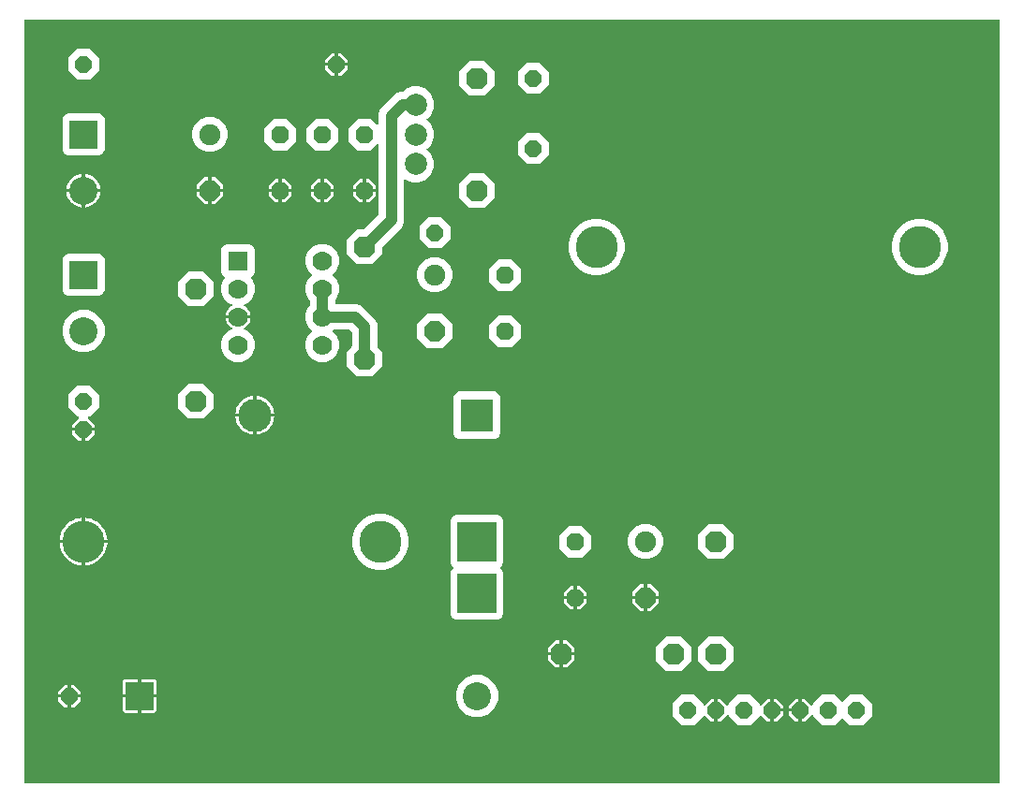
<source format=gbr>
G04 EAGLE Gerber RS-274X export*
G75*
%MOMM*%
%FSLAX34Y34*%
%LPD*%
%INBottom Copper*%
%IPPOS*%
%AMOC8*
5,1,8,0,0,1.08239X$1,22.5*%
G01*
%ADD10P,1.732040X8X292.500000*%
%ADD11C,1.905000*%
%ADD12P,2.061953X8X292.500000*%
%ADD13R,3.000000X3.000000*%
%ADD14C,3.000000*%
%ADD15R,2.540000X2.540000*%
%ADD16C,2.540000*%
%ADD17C,3.810000*%
%ADD18P,2.089446X8X112.500000*%
%ADD19P,2.089446X8X22.500000*%
%ADD20C,2.000000*%
%ADD21R,3.516000X3.516000*%
%ADD22P,1.649562X8X22.500000*%
%ADD23R,1.778000X1.778000*%
%ADD24C,1.778000*%
%ADD25C,1.016000*%
%ADD26C,0.756400*%

G36*
X890798Y10164D02*
X890798Y10164D01*
X890817Y10162D01*
X890919Y10184D01*
X891021Y10200D01*
X891038Y10210D01*
X891058Y10214D01*
X891147Y10267D01*
X891238Y10316D01*
X891252Y10330D01*
X891269Y10340D01*
X891336Y10419D01*
X891408Y10494D01*
X891416Y10512D01*
X891429Y10527D01*
X891468Y10623D01*
X891511Y10717D01*
X891513Y10737D01*
X891521Y10755D01*
X891539Y10922D01*
X891539Y700278D01*
X891536Y700298D01*
X891538Y700317D01*
X891516Y700419D01*
X891500Y700521D01*
X891490Y700538D01*
X891486Y700558D01*
X891433Y700647D01*
X891384Y700738D01*
X891370Y700752D01*
X891360Y700769D01*
X891281Y700836D01*
X891206Y700908D01*
X891188Y700916D01*
X891173Y700929D01*
X891077Y700968D01*
X890983Y701011D01*
X890963Y701013D01*
X890945Y701021D01*
X890778Y701039D01*
X10922Y701039D01*
X10902Y701036D01*
X10883Y701038D01*
X10781Y701016D01*
X10679Y701000D01*
X10662Y700990D01*
X10642Y700986D01*
X10553Y700933D01*
X10462Y700884D01*
X10448Y700870D01*
X10431Y700860D01*
X10364Y700781D01*
X10292Y700706D01*
X10284Y700688D01*
X10271Y700673D01*
X10232Y700577D01*
X10189Y700483D01*
X10187Y700463D01*
X10179Y700445D01*
X10161Y700278D01*
X10161Y10922D01*
X10164Y10902D01*
X10162Y10883D01*
X10184Y10781D01*
X10200Y10679D01*
X10210Y10662D01*
X10214Y10642D01*
X10267Y10553D01*
X10316Y10462D01*
X10330Y10448D01*
X10340Y10431D01*
X10419Y10364D01*
X10494Y10292D01*
X10512Y10284D01*
X10527Y10271D01*
X10623Y10232D01*
X10717Y10189D01*
X10737Y10187D01*
X10755Y10179D01*
X10922Y10161D01*
X890778Y10161D01*
X890798Y10164D01*
G37*
%LPC*%
G36*
X310871Y479297D02*
X310871Y479297D01*
X301497Y488671D01*
X301497Y501929D01*
X310871Y511303D01*
X317022Y511303D01*
X317112Y511317D01*
X317203Y511325D01*
X317233Y511337D01*
X317265Y511342D01*
X317345Y511385D01*
X317429Y511421D01*
X317461Y511447D01*
X317482Y511458D01*
X317504Y511481D01*
X317560Y511526D01*
X329976Y523942D01*
X330029Y524016D01*
X330089Y524085D01*
X330101Y524115D01*
X330120Y524142D01*
X330147Y524228D01*
X330181Y524313D01*
X330185Y524354D01*
X330192Y524377D01*
X330191Y524409D01*
X330199Y524480D01*
X330199Y587465D01*
X330188Y587536D01*
X330186Y587608D01*
X330168Y587656D01*
X330160Y587708D01*
X330126Y587771D01*
X330101Y587839D01*
X330069Y587879D01*
X330044Y587925D01*
X329992Y587975D01*
X329948Y588031D01*
X329904Y588059D01*
X329866Y588095D01*
X329801Y588125D01*
X329741Y588164D01*
X329690Y588176D01*
X329643Y588198D01*
X329572Y588206D01*
X329502Y588224D01*
X329450Y588220D01*
X329399Y588225D01*
X329328Y588210D01*
X329257Y588204D01*
X329209Y588184D01*
X329158Y588173D01*
X329097Y588136D01*
X329031Y588108D01*
X328975Y588063D01*
X328947Y588047D01*
X328932Y588029D01*
X328900Y588003D01*
X323445Y582548D01*
X311555Y582548D01*
X303148Y590955D01*
X303148Y602845D01*
X311555Y611252D01*
X323445Y611252D01*
X328900Y605797D01*
X328958Y605755D01*
X329010Y605705D01*
X329057Y605683D01*
X329099Y605653D01*
X329168Y605632D01*
X329233Y605602D01*
X329285Y605596D01*
X329335Y605581D01*
X329406Y605583D01*
X329477Y605575D01*
X329528Y605586D01*
X329580Y605587D01*
X329648Y605612D01*
X329718Y605627D01*
X329763Y605654D01*
X329811Y605672D01*
X329867Y605716D01*
X329929Y605753D01*
X329963Y605793D01*
X330003Y605825D01*
X330042Y605886D01*
X330089Y605940D01*
X330108Y605988D01*
X330136Y606032D01*
X330154Y606102D01*
X330181Y606168D01*
X330189Y606240D01*
X330197Y606271D01*
X330195Y606294D01*
X330199Y606335D01*
X330199Y615684D01*
X331940Y619885D01*
X345645Y633590D01*
X349846Y635331D01*
X351692Y635331D01*
X351782Y635345D01*
X351873Y635353D01*
X351903Y635365D01*
X351935Y635370D01*
X352015Y635413D01*
X352099Y635449D01*
X352132Y635475D01*
X352152Y635486D01*
X352174Y635509D01*
X352230Y635554D01*
X354438Y637761D01*
X360448Y640251D01*
X366952Y640251D01*
X372962Y637761D01*
X377561Y633162D01*
X380051Y627152D01*
X380051Y620648D01*
X377561Y614638D01*
X373862Y610938D01*
X373850Y610922D01*
X373835Y610910D01*
X373778Y610822D01*
X373718Y610739D01*
X373712Y610720D01*
X373702Y610703D01*
X373676Y610602D01*
X373646Y610503D01*
X373646Y610484D01*
X373641Y610464D01*
X373649Y610361D01*
X373652Y610258D01*
X373659Y610239D01*
X373661Y610219D01*
X373701Y610124D01*
X373737Y610027D01*
X373749Y610011D01*
X373757Y609993D01*
X373862Y609862D01*
X377561Y606162D01*
X380051Y600152D01*
X380051Y593648D01*
X377561Y587638D01*
X373862Y583938D01*
X373850Y583922D01*
X373835Y583910D01*
X373778Y583822D01*
X373718Y583739D01*
X373712Y583720D01*
X373702Y583703D01*
X373676Y583602D01*
X373646Y583503D01*
X373646Y583484D01*
X373641Y583464D01*
X373649Y583361D01*
X373652Y583258D01*
X373659Y583239D01*
X373661Y583219D01*
X373701Y583124D01*
X373737Y583027D01*
X373749Y583011D01*
X373757Y582993D01*
X373830Y582901D01*
X373836Y582891D01*
X373843Y582886D01*
X373862Y582862D01*
X377561Y579162D01*
X380051Y573152D01*
X380051Y566648D01*
X377561Y560638D01*
X372962Y556039D01*
X366952Y553549D01*
X360448Y553549D01*
X354438Y556039D01*
X354360Y556116D01*
X354302Y556158D01*
X354250Y556208D01*
X354203Y556229D01*
X354161Y556260D01*
X354092Y556281D01*
X354027Y556311D01*
X353975Y556317D01*
X353926Y556332D01*
X353854Y556330D01*
X353783Y556338D01*
X353732Y556327D01*
X353680Y556326D01*
X353612Y556301D01*
X353542Y556286D01*
X353497Y556259D01*
X353449Y556241D01*
X353393Y556197D01*
X353331Y556160D01*
X353297Y556120D01*
X353257Y556088D01*
X353218Y556027D01*
X353171Y555973D01*
X353152Y555925D01*
X353124Y555881D01*
X353106Y555811D01*
X353079Y555745D01*
X353071Y555674D01*
X353063Y555642D01*
X353065Y555619D01*
X353061Y555578D01*
X353061Y517156D01*
X351320Y512955D01*
X333726Y495360D01*
X333673Y495286D01*
X333613Y495217D01*
X333601Y495187D01*
X333582Y495160D01*
X333555Y495074D01*
X333521Y494989D01*
X333517Y494948D01*
X333510Y494925D01*
X333511Y494893D01*
X333503Y494822D01*
X333503Y488671D01*
X324129Y479297D01*
X310871Y479297D01*
G37*
%LPD*%
%LPC*%
G36*
X310871Y377697D02*
X310871Y377697D01*
X301497Y387071D01*
X301497Y400329D01*
X305846Y404678D01*
X305899Y404752D01*
X305959Y404821D01*
X305971Y404851D01*
X305990Y404877D01*
X306017Y404964D01*
X306051Y405049D01*
X306055Y405090D01*
X306062Y405112D01*
X306061Y405145D01*
X306069Y405216D01*
X306069Y417860D01*
X306055Y417950D01*
X306047Y418041D01*
X306035Y418071D01*
X306030Y418103D01*
X305987Y418183D01*
X305951Y418267D01*
X305925Y418299D01*
X305914Y418320D01*
X305891Y418342D01*
X305846Y418398D01*
X304098Y420146D01*
X304024Y420199D01*
X303955Y420259D01*
X303925Y420271D01*
X303898Y420290D01*
X303812Y420317D01*
X303727Y420351D01*
X303686Y420355D01*
X303663Y420362D01*
X303631Y420361D01*
X303560Y420369D01*
X289838Y420369D01*
X289748Y420355D01*
X289657Y420347D01*
X289627Y420335D01*
X289595Y420330D01*
X289515Y420287D01*
X289431Y420251D01*
X289399Y420225D01*
X289378Y420214D01*
X289356Y420191D01*
X289300Y420146D01*
X288792Y419638D01*
X288780Y419622D01*
X288765Y419610D01*
X288709Y419522D01*
X288648Y419439D01*
X288643Y419420D01*
X288632Y419403D01*
X288606Y419302D01*
X288576Y419203D01*
X288577Y419184D01*
X288572Y419164D01*
X288580Y419061D01*
X288582Y418958D01*
X288589Y418939D01*
X288591Y418919D01*
X288631Y418824D01*
X288667Y418727D01*
X288679Y418711D01*
X288687Y418693D01*
X288792Y418562D01*
X292320Y415033D01*
X294641Y409432D01*
X294641Y403368D01*
X292320Y397767D01*
X288033Y393480D01*
X282432Y391159D01*
X276368Y391159D01*
X270767Y393480D01*
X266480Y397767D01*
X264159Y403368D01*
X264159Y409432D01*
X266480Y415033D01*
X270008Y418562D01*
X270020Y418578D01*
X270035Y418590D01*
X270091Y418678D01*
X270152Y418761D01*
X270157Y418780D01*
X270168Y418797D01*
X270194Y418898D01*
X270224Y418997D01*
X270223Y419016D01*
X270228Y419036D01*
X270220Y419139D01*
X270218Y419242D01*
X270211Y419261D01*
X270209Y419281D01*
X270169Y419376D01*
X270133Y419473D01*
X270121Y419489D01*
X270113Y419507D01*
X270008Y419638D01*
X266480Y423167D01*
X264159Y428768D01*
X264159Y434832D01*
X266480Y440433D01*
X267746Y441700D01*
X267799Y441774D01*
X267859Y441843D01*
X267871Y441874D01*
X267890Y441900D01*
X267917Y441987D01*
X267951Y442072D01*
X267955Y442112D01*
X267962Y442135D01*
X267961Y442167D01*
X267969Y442238D01*
X267969Y446762D01*
X267955Y446852D01*
X267947Y446943D01*
X267935Y446973D01*
X267930Y447005D01*
X267887Y447085D01*
X267851Y447169D01*
X267825Y447201D01*
X267814Y447222D01*
X267791Y447244D01*
X267746Y447300D01*
X266480Y448567D01*
X264159Y454168D01*
X264159Y460232D01*
X266480Y465833D01*
X270008Y469362D01*
X270020Y469378D01*
X270035Y469390D01*
X270091Y469478D01*
X270152Y469561D01*
X270157Y469580D01*
X270168Y469597D01*
X270194Y469698D01*
X270224Y469797D01*
X270223Y469816D01*
X270228Y469836D01*
X270220Y469939D01*
X270218Y470042D01*
X270211Y470061D01*
X270209Y470081D01*
X270169Y470176D01*
X270133Y470273D01*
X270121Y470289D01*
X270113Y470307D01*
X270008Y470438D01*
X266480Y473967D01*
X264159Y479568D01*
X264159Y485632D01*
X266480Y491233D01*
X270767Y495520D01*
X276368Y497841D01*
X282432Y497841D01*
X288033Y495520D01*
X292320Y491233D01*
X294641Y485632D01*
X294641Y479568D01*
X292320Y473967D01*
X288792Y470438D01*
X288780Y470422D01*
X288765Y470410D01*
X288709Y470322D01*
X288648Y470239D01*
X288643Y470220D01*
X288632Y470203D01*
X288606Y470102D01*
X288576Y470003D01*
X288577Y469984D01*
X288572Y469964D01*
X288580Y469861D01*
X288582Y469758D01*
X288589Y469739D01*
X288591Y469719D01*
X288631Y469624D01*
X288667Y469527D01*
X288679Y469511D01*
X288687Y469493D01*
X288792Y469362D01*
X292320Y465833D01*
X294641Y460232D01*
X294641Y454168D01*
X292320Y448567D01*
X291054Y447300D01*
X291001Y447226D01*
X290941Y447157D01*
X290929Y447126D01*
X290910Y447100D01*
X290883Y447013D01*
X290849Y446928D01*
X290845Y446888D01*
X290838Y446865D01*
X290839Y446833D01*
X290831Y446762D01*
X290831Y443992D01*
X290834Y443972D01*
X290832Y443953D01*
X290854Y443851D01*
X290870Y443749D01*
X290880Y443732D01*
X290884Y443712D01*
X290937Y443623D01*
X290986Y443532D01*
X291000Y443518D01*
X291010Y443501D01*
X291089Y443434D01*
X291164Y443362D01*
X291182Y443354D01*
X291197Y443341D01*
X291293Y443302D01*
X291387Y443259D01*
X291407Y443257D01*
X291425Y443249D01*
X291592Y443231D01*
X310884Y443231D01*
X315085Y441490D01*
X323868Y432708D01*
X323868Y432707D01*
X327190Y429385D01*
X328931Y425184D01*
X328931Y405216D01*
X328945Y405126D01*
X328953Y405035D01*
X328965Y405005D01*
X328970Y404973D01*
X329013Y404892D01*
X329049Y404809D01*
X329075Y404776D01*
X329086Y404756D01*
X329109Y404734D01*
X329154Y404678D01*
X333503Y400329D01*
X333503Y387071D01*
X324129Y377697D01*
X310871Y377697D01*
G37*
%LPD*%
%LPC*%
G36*
X400257Y157669D02*
X400257Y157669D01*
X397923Y158636D01*
X396136Y160423D01*
X395169Y162757D01*
X395169Y200443D01*
X396136Y202777D01*
X397920Y204562D01*
X397932Y204578D01*
X397948Y204590D01*
X398004Y204678D01*
X398064Y204761D01*
X398070Y204780D01*
X398081Y204797D01*
X398106Y204898D01*
X398136Y204997D01*
X398136Y205016D01*
X398141Y205036D01*
X398133Y205139D01*
X398130Y205242D01*
X398123Y205261D01*
X398122Y205281D01*
X398081Y205376D01*
X398046Y205473D01*
X398033Y205489D01*
X398025Y205507D01*
X397920Y205638D01*
X396136Y207423D01*
X395169Y209757D01*
X395169Y247443D01*
X396136Y249777D01*
X397923Y251564D01*
X400257Y252531D01*
X437943Y252531D01*
X440277Y251564D01*
X442064Y249777D01*
X443031Y247443D01*
X443031Y209757D01*
X442064Y207423D01*
X440280Y205638D01*
X440268Y205622D01*
X440252Y205610D01*
X440196Y205522D01*
X440136Y205439D01*
X440130Y205420D01*
X440119Y205403D01*
X440094Y205302D01*
X440064Y205203D01*
X440064Y205184D01*
X440059Y205164D01*
X440067Y205061D01*
X440070Y204958D01*
X440077Y204939D01*
X440078Y204919D01*
X440119Y204824D01*
X440154Y204727D01*
X440167Y204711D01*
X440175Y204693D01*
X440280Y204562D01*
X442064Y202777D01*
X443031Y200443D01*
X443031Y162757D01*
X442064Y160423D01*
X440277Y158636D01*
X437943Y157669D01*
X400257Y157669D01*
G37*
%LPD*%
%LPC*%
G36*
X200168Y391159D02*
X200168Y391159D01*
X194567Y393480D01*
X190280Y397767D01*
X187959Y403368D01*
X187959Y409432D01*
X190280Y415033D01*
X194567Y419320D01*
X197425Y420504D01*
X197461Y420526D01*
X197500Y420540D01*
X197564Y420591D01*
X197634Y420634D01*
X197661Y420666D01*
X197694Y420692D01*
X197739Y420760D01*
X197791Y420823D01*
X197806Y420863D01*
X197829Y420898D01*
X197850Y420977D01*
X197879Y421053D01*
X197881Y421095D01*
X197891Y421136D01*
X197886Y421217D01*
X197889Y421299D01*
X197878Y421339D01*
X197875Y421381D01*
X197844Y421456D01*
X197821Y421535D01*
X197797Y421569D01*
X197781Y421608D01*
X197727Y421670D01*
X197681Y421737D01*
X197647Y421762D01*
X197619Y421794D01*
X197490Y421879D01*
X197483Y421884D01*
X197481Y421884D01*
X197479Y421886D01*
X197209Y422024D01*
X195753Y423081D01*
X194481Y424353D01*
X193424Y425809D01*
X192607Y427412D01*
X192051Y429123D01*
X191868Y430277D01*
X202438Y430277D01*
X202458Y430280D01*
X202477Y430278D01*
X202579Y430300D01*
X202681Y430317D01*
X202698Y430326D01*
X202718Y430330D01*
X202807Y430383D01*
X202898Y430432D01*
X202912Y430446D01*
X202929Y430456D01*
X202996Y430535D01*
X203067Y430610D01*
X203076Y430628D01*
X203089Y430643D01*
X203127Y430739D01*
X203171Y430833D01*
X203173Y430853D01*
X203181Y430871D01*
X203199Y431038D01*
X203199Y432562D01*
X203196Y432582D01*
X203198Y432601D01*
X203176Y432703D01*
X203159Y432805D01*
X203150Y432822D01*
X203146Y432842D01*
X203093Y432931D01*
X203044Y433022D01*
X203030Y433036D01*
X203020Y433053D01*
X202941Y433120D01*
X202866Y433191D01*
X202848Y433200D01*
X202833Y433213D01*
X202737Y433252D01*
X202643Y433295D01*
X202623Y433297D01*
X202605Y433305D01*
X202438Y433323D01*
X191868Y433323D01*
X192051Y434477D01*
X192607Y436188D01*
X193424Y437791D01*
X194481Y439247D01*
X195753Y440519D01*
X197209Y441576D01*
X197479Y441714D01*
X197513Y441739D01*
X197551Y441756D01*
X197612Y441811D01*
X197677Y441860D01*
X197701Y441894D01*
X197732Y441922D01*
X197772Y441994D01*
X197819Y442061D01*
X197831Y442101D01*
X197851Y442138D01*
X197866Y442218D01*
X197889Y442297D01*
X197887Y442339D01*
X197895Y442380D01*
X197883Y442461D01*
X197880Y442542D01*
X197865Y442582D01*
X197859Y442623D01*
X197822Y442696D01*
X197793Y442773D01*
X197767Y442805D01*
X197747Y442843D01*
X197689Y442900D01*
X197637Y442963D01*
X197602Y442985D01*
X197572Y443015D01*
X197436Y443090D01*
X197429Y443094D01*
X197427Y443094D01*
X197425Y443096D01*
X194567Y444280D01*
X190280Y448567D01*
X187959Y454168D01*
X187959Y460232D01*
X190280Y465833D01*
X191364Y466917D01*
X191390Y466954D01*
X191424Y466985D01*
X191462Y467054D01*
X191507Y467117D01*
X191521Y467161D01*
X191543Y467201D01*
X191557Y467278D01*
X191579Y467352D01*
X191578Y467398D01*
X191586Y467443D01*
X191575Y467520D01*
X191573Y467598D01*
X191557Y467641D01*
X191551Y467686D01*
X191515Y467756D01*
X191489Y467829D01*
X191460Y467865D01*
X191439Y467906D01*
X191384Y467960D01*
X191335Y468021D01*
X191296Y468046D01*
X191264Y468078D01*
X191144Y468144D01*
X191128Y468154D01*
X191123Y468155D01*
X191117Y468159D01*
X190713Y468326D01*
X188926Y470113D01*
X187959Y472447D01*
X187959Y492753D01*
X188926Y495087D01*
X190713Y496874D01*
X193047Y497841D01*
X213353Y497841D01*
X215687Y496874D01*
X217474Y495087D01*
X218441Y492753D01*
X218441Y472447D01*
X217474Y470113D01*
X215687Y468326D01*
X215283Y468159D01*
X215244Y468135D01*
X215201Y468119D01*
X215141Y468070D01*
X215074Y468029D01*
X215045Y467994D01*
X215009Y467965D01*
X214967Y467900D01*
X214918Y467840D01*
X214901Y467797D01*
X214876Y467758D01*
X214857Y467683D01*
X214829Y467610D01*
X214827Y467564D01*
X214816Y467520D01*
X214822Y467442D01*
X214819Y467364D01*
X214832Y467320D01*
X214835Y467274D01*
X214866Y467203D01*
X214887Y467128D01*
X214914Y467090D01*
X214932Y467048D01*
X215017Y466941D01*
X215028Y466926D01*
X215032Y466923D01*
X215036Y466917D01*
X216120Y465833D01*
X218441Y460232D01*
X218441Y454168D01*
X216120Y448567D01*
X211833Y444280D01*
X208975Y443096D01*
X208939Y443074D01*
X208900Y443060D01*
X208835Y443009D01*
X208766Y442966D01*
X208739Y442934D01*
X208706Y442908D01*
X208661Y442839D01*
X208609Y442777D01*
X208594Y442737D01*
X208571Y442702D01*
X208550Y442623D01*
X208521Y442547D01*
X208519Y442505D01*
X208509Y442464D01*
X208514Y442383D01*
X208511Y442301D01*
X208522Y442261D01*
X208525Y442219D01*
X208556Y442143D01*
X208579Y442065D01*
X208603Y442031D01*
X208619Y441992D01*
X208673Y441930D01*
X208719Y441863D01*
X208753Y441838D01*
X208781Y441806D01*
X208910Y441721D01*
X208917Y441716D01*
X208919Y441716D01*
X208921Y441714D01*
X209191Y441576D01*
X210647Y440519D01*
X211919Y439247D01*
X212976Y437791D01*
X213793Y436188D01*
X214349Y434477D01*
X214532Y433323D01*
X203962Y433323D01*
X203942Y433320D01*
X203923Y433322D01*
X203821Y433300D01*
X203719Y433283D01*
X203702Y433274D01*
X203682Y433270D01*
X203593Y433217D01*
X203502Y433168D01*
X203488Y433154D01*
X203471Y433144D01*
X203404Y433065D01*
X203333Y432990D01*
X203324Y432972D01*
X203311Y432957D01*
X203273Y432861D01*
X203229Y432767D01*
X203227Y432747D01*
X203219Y432729D01*
X203201Y432562D01*
X203201Y431038D01*
X203204Y431018D01*
X203202Y430999D01*
X203224Y430897D01*
X203241Y430795D01*
X203250Y430778D01*
X203254Y430758D01*
X203307Y430669D01*
X203356Y430578D01*
X203370Y430564D01*
X203380Y430547D01*
X203459Y430480D01*
X203534Y430409D01*
X203552Y430400D01*
X203567Y430387D01*
X203663Y430348D01*
X203757Y430305D01*
X203777Y430303D01*
X203795Y430295D01*
X203962Y430277D01*
X214532Y430277D01*
X214349Y429123D01*
X213793Y427412D01*
X212976Y425809D01*
X211919Y424353D01*
X210647Y423081D01*
X209191Y422024D01*
X208921Y421886D01*
X208887Y421861D01*
X208849Y421844D01*
X208789Y421789D01*
X208723Y421740D01*
X208698Y421706D01*
X208668Y421678D01*
X208628Y421606D01*
X208581Y421539D01*
X208569Y421499D01*
X208549Y421462D01*
X208534Y421382D01*
X208511Y421303D01*
X208513Y421261D01*
X208505Y421220D01*
X208517Y421139D01*
X208520Y421057D01*
X208535Y421018D01*
X208541Y420977D01*
X208578Y420904D01*
X208607Y420827D01*
X208633Y420795D01*
X208653Y420757D01*
X208711Y420700D01*
X208763Y420637D01*
X208798Y420615D01*
X208828Y420585D01*
X208964Y420511D01*
X208971Y420506D01*
X208973Y420506D01*
X208975Y420504D01*
X211833Y419320D01*
X216120Y415033D01*
X218441Y409432D01*
X218441Y403368D01*
X216120Y397767D01*
X211833Y393480D01*
X206232Y391159D01*
X200168Y391159D01*
G37*
%LPD*%
%LPC*%
G36*
X523706Y469899D02*
X523706Y469899D01*
X517246Y471630D01*
X511454Y474974D01*
X506724Y479704D01*
X503380Y485496D01*
X501649Y491956D01*
X501649Y498644D01*
X503380Y505104D01*
X506724Y510896D01*
X511454Y515626D01*
X517246Y518970D01*
X523706Y520701D01*
X530394Y520701D01*
X536854Y518970D01*
X542646Y515626D01*
X547376Y510896D01*
X550720Y505104D01*
X552451Y498644D01*
X552451Y491956D01*
X550720Y485496D01*
X547376Y479704D01*
X542646Y474974D01*
X536854Y471630D01*
X530394Y469899D01*
X523706Y469899D01*
G37*
%LPD*%
%LPC*%
G36*
X328380Y203199D02*
X328380Y203199D01*
X321920Y204930D01*
X316128Y208274D01*
X311398Y213004D01*
X308054Y218796D01*
X306323Y225256D01*
X306323Y231944D01*
X308054Y238404D01*
X311398Y244196D01*
X316128Y248926D01*
X321920Y252270D01*
X328380Y254001D01*
X335068Y254001D01*
X341528Y252270D01*
X347320Y248926D01*
X352050Y244196D01*
X355394Y238404D01*
X357125Y231944D01*
X357125Y225256D01*
X355394Y218796D01*
X352050Y213004D01*
X347320Y208274D01*
X341528Y204930D01*
X335068Y203199D01*
X328380Y203199D01*
G37*
%LPD*%
%LPC*%
G36*
X815806Y469899D02*
X815806Y469899D01*
X809346Y471630D01*
X803554Y474974D01*
X798824Y479704D01*
X795480Y485496D01*
X793749Y491956D01*
X793749Y498644D01*
X795480Y505104D01*
X798824Y510896D01*
X803554Y515626D01*
X809346Y518970D01*
X815806Y520701D01*
X822494Y520701D01*
X828954Y518970D01*
X834746Y515626D01*
X839476Y510896D01*
X842820Y505104D01*
X844551Y498644D01*
X844551Y491956D01*
X842820Y485496D01*
X839476Y479704D01*
X834746Y474974D01*
X828954Y471630D01*
X822494Y469899D01*
X815806Y469899D01*
G37*
%LPD*%
%LPC*%
G36*
X402837Y321549D02*
X402837Y321549D01*
X400503Y322516D01*
X398716Y324303D01*
X397749Y326637D01*
X397749Y359163D01*
X398716Y361497D01*
X400503Y363284D01*
X402837Y364251D01*
X435363Y364251D01*
X437697Y363284D01*
X439484Y361497D01*
X440451Y359163D01*
X440451Y326637D01*
X439484Y324303D01*
X437697Y322516D01*
X435363Y321549D01*
X402837Y321549D01*
G37*
%LPD*%
%LPC*%
G36*
X603813Y62229D02*
X603813Y62229D01*
X595629Y70413D01*
X595629Y81987D01*
X603813Y90171D01*
X615387Y90171D01*
X623571Y81987D01*
X623571Y80978D01*
X623582Y80907D01*
X623584Y80836D01*
X623602Y80787D01*
X623610Y80735D01*
X623644Y80672D01*
X623669Y80605D01*
X623701Y80564D01*
X623726Y80518D01*
X623778Y80468D01*
X623822Y80412D01*
X623866Y80384D01*
X623904Y80348D01*
X623969Y80318D01*
X624029Y80279D01*
X624080Y80267D01*
X624127Y80245D01*
X624198Y80237D01*
X624268Y80219D01*
X624320Y80223D01*
X624371Y80218D01*
X624442Y80233D01*
X624513Y80239D01*
X624561Y80259D01*
X624612Y80270D01*
X624673Y80307D01*
X624739Y80335D01*
X624795Y80380D01*
X624823Y80396D01*
X624838Y80414D01*
X624870Y80440D01*
X630791Y86361D01*
X633477Y86361D01*
X633477Y76962D01*
X633480Y76942D01*
X633478Y76923D01*
X633500Y76821D01*
X633517Y76719D01*
X633526Y76702D01*
X633530Y76682D01*
X633583Y76593D01*
X633632Y76502D01*
X633646Y76488D01*
X633656Y76471D01*
X633735Y76404D01*
X633810Y76333D01*
X633828Y76324D01*
X633843Y76311D01*
X633939Y76273D01*
X634033Y76229D01*
X634053Y76227D01*
X634071Y76219D01*
X634238Y76201D01*
X635762Y76201D01*
X635782Y76204D01*
X635801Y76202D01*
X635903Y76224D01*
X636005Y76241D01*
X636022Y76250D01*
X636042Y76254D01*
X636131Y76307D01*
X636222Y76356D01*
X636236Y76370D01*
X636253Y76380D01*
X636320Y76459D01*
X636391Y76534D01*
X636400Y76552D01*
X636413Y76567D01*
X636452Y76663D01*
X636495Y76757D01*
X636497Y76777D01*
X636505Y76795D01*
X636523Y76962D01*
X636523Y86361D01*
X639209Y86361D01*
X645130Y80440D01*
X645188Y80398D01*
X645240Y80348D01*
X645287Y80327D01*
X645329Y80296D01*
X645398Y80275D01*
X645463Y80245D01*
X645515Y80239D01*
X645565Y80224D01*
X645636Y80226D01*
X645707Y80218D01*
X645758Y80229D01*
X645810Y80230D01*
X645878Y80255D01*
X645948Y80270D01*
X645993Y80297D01*
X646041Y80315D01*
X646097Y80359D01*
X646159Y80396D01*
X646193Y80436D01*
X646233Y80468D01*
X646272Y80529D01*
X646319Y80583D01*
X646338Y80631D01*
X646366Y80675D01*
X646384Y80745D01*
X646411Y80811D01*
X646419Y80883D01*
X646427Y80914D01*
X646425Y80937D01*
X646429Y80978D01*
X646429Y81987D01*
X654613Y90171D01*
X666187Y90171D01*
X674371Y81987D01*
X674371Y80978D01*
X674382Y80907D01*
X674384Y80836D01*
X674402Y80787D01*
X674410Y80735D01*
X674444Y80672D01*
X674469Y80605D01*
X674501Y80564D01*
X674526Y80518D01*
X674578Y80468D01*
X674622Y80412D01*
X674666Y80384D01*
X674704Y80348D01*
X674769Y80318D01*
X674829Y80279D01*
X674880Y80267D01*
X674927Y80245D01*
X674998Y80237D01*
X675068Y80219D01*
X675120Y80223D01*
X675171Y80218D01*
X675242Y80233D01*
X675313Y80239D01*
X675361Y80259D01*
X675412Y80270D01*
X675473Y80307D01*
X675539Y80335D01*
X675595Y80380D01*
X675623Y80396D01*
X675638Y80414D01*
X675670Y80440D01*
X681591Y86361D01*
X684277Y86361D01*
X684277Y76962D01*
X684280Y76942D01*
X684278Y76923D01*
X684300Y76821D01*
X684317Y76719D01*
X684326Y76702D01*
X684330Y76682D01*
X684383Y76593D01*
X684432Y76502D01*
X684446Y76488D01*
X684456Y76471D01*
X684535Y76404D01*
X684610Y76333D01*
X684628Y76324D01*
X684643Y76311D01*
X684739Y76273D01*
X684833Y76229D01*
X684853Y76227D01*
X684871Y76219D01*
X685038Y76201D01*
X685801Y76201D01*
X685801Y76199D01*
X685038Y76199D01*
X685018Y76196D01*
X684999Y76198D01*
X684897Y76176D01*
X684795Y76159D01*
X684778Y76150D01*
X684758Y76146D01*
X684669Y76093D01*
X684578Y76044D01*
X684564Y76030D01*
X684547Y76020D01*
X684480Y75941D01*
X684409Y75866D01*
X684400Y75848D01*
X684387Y75833D01*
X684348Y75737D01*
X684305Y75643D01*
X684303Y75623D01*
X684295Y75605D01*
X684277Y75438D01*
X684277Y66039D01*
X681591Y66039D01*
X675670Y71960D01*
X675612Y72002D01*
X675560Y72052D01*
X675513Y72073D01*
X675471Y72104D01*
X675402Y72125D01*
X675337Y72155D01*
X675285Y72161D01*
X675235Y72176D01*
X675164Y72174D01*
X675093Y72182D01*
X675042Y72171D01*
X674990Y72170D01*
X674922Y72145D01*
X674852Y72130D01*
X674807Y72103D01*
X674759Y72085D01*
X674703Y72041D01*
X674641Y72004D01*
X674607Y71964D01*
X674567Y71932D01*
X674528Y71871D01*
X674481Y71817D01*
X674462Y71769D01*
X674434Y71725D01*
X674416Y71655D01*
X674389Y71589D01*
X674381Y71517D01*
X674373Y71486D01*
X674375Y71463D01*
X674371Y71422D01*
X674371Y70413D01*
X666187Y62229D01*
X654613Y62229D01*
X646429Y70413D01*
X646429Y71422D01*
X646418Y71493D01*
X646416Y71564D01*
X646398Y71613D01*
X646390Y71665D01*
X646356Y71728D01*
X646331Y71795D01*
X646299Y71836D01*
X646274Y71882D01*
X646222Y71932D01*
X646178Y71988D01*
X646134Y72016D01*
X646096Y72052D01*
X646031Y72082D01*
X645971Y72121D01*
X645920Y72133D01*
X645873Y72155D01*
X645802Y72163D01*
X645732Y72181D01*
X645680Y72177D01*
X645629Y72182D01*
X645558Y72167D01*
X645487Y72161D01*
X645439Y72141D01*
X645388Y72130D01*
X645327Y72093D01*
X645261Y72065D01*
X645205Y72020D01*
X645177Y72004D01*
X645162Y71986D01*
X645130Y71960D01*
X639209Y66039D01*
X636523Y66039D01*
X636523Y75438D01*
X636520Y75458D01*
X636522Y75477D01*
X636500Y75579D01*
X636483Y75681D01*
X636474Y75698D01*
X636470Y75718D01*
X636417Y75807D01*
X636368Y75898D01*
X636354Y75912D01*
X636344Y75929D01*
X636265Y75996D01*
X636190Y76067D01*
X636172Y76076D01*
X636157Y76089D01*
X636061Y76127D01*
X635967Y76171D01*
X635947Y76173D01*
X635929Y76181D01*
X635762Y76199D01*
X634238Y76199D01*
X634218Y76196D01*
X634199Y76198D01*
X634097Y76176D01*
X633995Y76159D01*
X633978Y76150D01*
X633958Y76146D01*
X633869Y76093D01*
X633778Y76044D01*
X633764Y76030D01*
X633747Y76020D01*
X633680Y75941D01*
X633609Y75866D01*
X633600Y75848D01*
X633587Y75833D01*
X633548Y75737D01*
X633505Y75643D01*
X633503Y75623D01*
X633495Y75605D01*
X633477Y75438D01*
X633477Y66039D01*
X630791Y66039D01*
X624870Y71960D01*
X624812Y72002D01*
X624760Y72052D01*
X624713Y72073D01*
X624671Y72104D01*
X624602Y72125D01*
X624537Y72155D01*
X624485Y72161D01*
X624435Y72176D01*
X624364Y72174D01*
X624293Y72182D01*
X624242Y72171D01*
X624190Y72170D01*
X624122Y72145D01*
X624052Y72130D01*
X624007Y72103D01*
X623959Y72085D01*
X623903Y72041D01*
X623841Y72004D01*
X623807Y71964D01*
X623767Y71932D01*
X623728Y71871D01*
X623681Y71817D01*
X623662Y71769D01*
X623634Y71725D01*
X623616Y71655D01*
X623589Y71589D01*
X623581Y71517D01*
X623573Y71486D01*
X623575Y71463D01*
X623571Y71422D01*
X623571Y70413D01*
X615387Y62229D01*
X603813Y62229D01*
G37*
%LPD*%
%LPC*%
G36*
X49537Y577849D02*
X49537Y577849D01*
X47203Y578816D01*
X45416Y580603D01*
X44449Y582937D01*
X44449Y610863D01*
X45416Y613197D01*
X47203Y614984D01*
X49537Y615951D01*
X77463Y615951D01*
X79797Y614984D01*
X81584Y613197D01*
X82551Y610863D01*
X82551Y582937D01*
X81584Y580603D01*
X79797Y578816D01*
X77463Y577849D01*
X49537Y577849D01*
G37*
%LPD*%
%LPC*%
G36*
X49537Y450849D02*
X49537Y450849D01*
X47203Y451816D01*
X45416Y453603D01*
X44449Y455937D01*
X44449Y483863D01*
X45416Y486197D01*
X47203Y487984D01*
X49537Y488951D01*
X77463Y488951D01*
X79797Y487984D01*
X81584Y486197D01*
X82551Y483863D01*
X82551Y455937D01*
X81584Y453603D01*
X79797Y451816D01*
X77463Y450849D01*
X49537Y450849D01*
G37*
%LPD*%
%LPC*%
G36*
X730813Y62229D02*
X730813Y62229D01*
X722629Y70413D01*
X722629Y71422D01*
X722618Y71493D01*
X722616Y71564D01*
X722598Y71613D01*
X722590Y71665D01*
X722556Y71728D01*
X722531Y71795D01*
X722499Y71836D01*
X722474Y71882D01*
X722422Y71932D01*
X722378Y71988D01*
X722334Y72016D01*
X722296Y72052D01*
X722231Y72082D01*
X722171Y72121D01*
X722120Y72133D01*
X722073Y72155D01*
X722002Y72163D01*
X721932Y72181D01*
X721880Y72177D01*
X721829Y72182D01*
X721758Y72167D01*
X721687Y72161D01*
X721639Y72141D01*
X721588Y72130D01*
X721527Y72093D01*
X721461Y72065D01*
X721405Y72020D01*
X721377Y72004D01*
X721362Y71986D01*
X721330Y71960D01*
X715409Y66039D01*
X712723Y66039D01*
X712723Y75438D01*
X712720Y75458D01*
X712722Y75477D01*
X712700Y75579D01*
X712683Y75681D01*
X712674Y75698D01*
X712670Y75718D01*
X712617Y75807D01*
X712568Y75898D01*
X712554Y75912D01*
X712544Y75929D01*
X712465Y75996D01*
X712390Y76067D01*
X712372Y76076D01*
X712357Y76089D01*
X712261Y76127D01*
X712167Y76171D01*
X712147Y76173D01*
X712129Y76181D01*
X711962Y76199D01*
X711199Y76199D01*
X711199Y76201D01*
X711962Y76201D01*
X711982Y76204D01*
X712001Y76202D01*
X712103Y76224D01*
X712205Y76241D01*
X712222Y76250D01*
X712242Y76254D01*
X712331Y76307D01*
X712422Y76356D01*
X712436Y76370D01*
X712453Y76380D01*
X712520Y76459D01*
X712591Y76534D01*
X712600Y76552D01*
X712613Y76567D01*
X712652Y76663D01*
X712695Y76757D01*
X712697Y76777D01*
X712705Y76795D01*
X712723Y76962D01*
X712723Y86361D01*
X715409Y86361D01*
X721330Y80440D01*
X721388Y80398D01*
X721440Y80348D01*
X721487Y80327D01*
X721529Y80296D01*
X721598Y80275D01*
X721663Y80245D01*
X721715Y80239D01*
X721765Y80224D01*
X721836Y80226D01*
X721907Y80218D01*
X721958Y80229D01*
X722010Y80230D01*
X722078Y80255D01*
X722148Y80270D01*
X722193Y80297D01*
X722241Y80315D01*
X722297Y80359D01*
X722359Y80396D01*
X722393Y80436D01*
X722433Y80468D01*
X722472Y80529D01*
X722519Y80583D01*
X722538Y80631D01*
X722566Y80675D01*
X722584Y80745D01*
X722611Y80811D01*
X722619Y80883D01*
X722627Y80914D01*
X722625Y80937D01*
X722629Y80978D01*
X722629Y81987D01*
X730813Y90171D01*
X742387Y90171D01*
X748762Y83796D01*
X748778Y83784D01*
X748790Y83769D01*
X748878Y83713D01*
X748961Y83652D01*
X748980Y83646D01*
X748997Y83636D01*
X749098Y83610D01*
X749197Y83580D01*
X749216Y83580D01*
X749236Y83576D01*
X749339Y83584D01*
X749442Y83586D01*
X749461Y83593D01*
X749481Y83595D01*
X749576Y83635D01*
X749673Y83671D01*
X749689Y83683D01*
X749707Y83691D01*
X749838Y83796D01*
X756213Y90171D01*
X767787Y90171D01*
X775971Y81987D01*
X775971Y70413D01*
X767787Y62229D01*
X756213Y62229D01*
X749838Y68604D01*
X749822Y68616D01*
X749810Y68631D01*
X749722Y68687D01*
X749639Y68748D01*
X749620Y68754D01*
X749603Y68764D01*
X749502Y68790D01*
X749403Y68820D01*
X749384Y68820D01*
X749364Y68824D01*
X749261Y68816D01*
X749158Y68814D01*
X749139Y68807D01*
X749119Y68805D01*
X749024Y68765D01*
X748927Y68729D01*
X748911Y68717D01*
X748893Y68709D01*
X748762Y68604D01*
X742387Y62229D01*
X730813Y62229D01*
G37*
%LPD*%
%LPC*%
G36*
X59711Y400049D02*
X59711Y400049D01*
X52709Y402950D01*
X47350Y408309D01*
X44449Y415311D01*
X44449Y422889D01*
X47350Y429891D01*
X52709Y435250D01*
X59711Y438151D01*
X67289Y438151D01*
X74291Y435250D01*
X79650Y429891D01*
X82551Y422889D01*
X82551Y415311D01*
X79650Y408309D01*
X74291Y402950D01*
X67289Y400049D01*
X59711Y400049D01*
G37*
%LPD*%
%LPC*%
G36*
X415311Y69849D02*
X415311Y69849D01*
X408309Y72750D01*
X402950Y78109D01*
X400049Y85111D01*
X400049Y92689D01*
X402950Y99691D01*
X408309Y105050D01*
X415311Y107951D01*
X422889Y107951D01*
X429891Y105050D01*
X435250Y99691D01*
X438151Y92689D01*
X438151Y85111D01*
X435250Y78109D01*
X429891Y72750D01*
X422889Y69849D01*
X415311Y69849D01*
G37*
%LPD*%
%LPC*%
G36*
X412471Y631697D02*
X412471Y631697D01*
X403097Y641071D01*
X403097Y654329D01*
X412471Y663703D01*
X425729Y663703D01*
X435103Y654329D01*
X435103Y641071D01*
X425729Y631697D01*
X412471Y631697D01*
G37*
%LPD*%
%LPC*%
G36*
X158471Y339597D02*
X158471Y339597D01*
X149097Y348971D01*
X149097Y362229D01*
X158471Y371603D01*
X171729Y371603D01*
X181103Y362229D01*
X181103Y348971D01*
X171729Y339597D01*
X158471Y339597D01*
G37*
%LPD*%
%LPC*%
G36*
X412471Y530097D02*
X412471Y530097D01*
X403097Y539471D01*
X403097Y552729D01*
X412471Y562103D01*
X425729Y562103D01*
X435103Y552729D01*
X435103Y539471D01*
X425729Y530097D01*
X412471Y530097D01*
G37*
%LPD*%
%LPC*%
G36*
X158471Y441197D02*
X158471Y441197D01*
X149097Y450571D01*
X149097Y463829D01*
X158471Y473203D01*
X171729Y473203D01*
X181103Y463829D01*
X181103Y450571D01*
X171729Y441197D01*
X158471Y441197D01*
G37*
%LPD*%
%LPC*%
G36*
X590271Y110997D02*
X590271Y110997D01*
X580897Y120371D01*
X580897Y133629D01*
X590271Y143003D01*
X603529Y143003D01*
X612903Y133629D01*
X612903Y120371D01*
X603529Y110997D01*
X590271Y110997D01*
G37*
%LPD*%
%LPC*%
G36*
X628371Y110997D02*
X628371Y110997D01*
X618997Y120371D01*
X618997Y133629D01*
X628371Y143003D01*
X641629Y143003D01*
X651003Y133629D01*
X651003Y120371D01*
X641629Y110997D01*
X628371Y110997D01*
G37*
%LPD*%
%LPC*%
G36*
X628371Y212597D02*
X628371Y212597D01*
X618997Y221971D01*
X618997Y235229D01*
X628371Y244603D01*
X641629Y244603D01*
X651003Y235229D01*
X651003Y221971D01*
X641629Y212597D01*
X628371Y212597D01*
G37*
%LPD*%
%LPC*%
G36*
X374424Y403224D02*
X374424Y403224D01*
X365124Y412524D01*
X365124Y425676D01*
X374424Y434976D01*
X387576Y434976D01*
X396876Y425676D01*
X396876Y412524D01*
X387576Y403224D01*
X374424Y403224D01*
G37*
%LPD*%
%LPC*%
G36*
X174642Y581024D02*
X174642Y581024D01*
X168807Y583441D01*
X164341Y587907D01*
X161924Y593742D01*
X161924Y600058D01*
X164341Y605893D01*
X168807Y610359D01*
X174642Y612776D01*
X180958Y612776D01*
X186793Y610359D01*
X191259Y605893D01*
X193676Y600058D01*
X193676Y593742D01*
X191259Y587907D01*
X186793Y583441D01*
X180958Y581024D01*
X174642Y581024D01*
G37*
%LPD*%
%LPC*%
G36*
X377842Y454024D02*
X377842Y454024D01*
X372007Y456441D01*
X367541Y460907D01*
X365124Y466742D01*
X365124Y473058D01*
X367541Y478893D01*
X372007Y483359D01*
X377842Y485776D01*
X384158Y485776D01*
X389993Y483359D01*
X394459Y478893D01*
X396876Y473058D01*
X396876Y466742D01*
X394459Y460907D01*
X389993Y456441D01*
X384158Y454024D01*
X377842Y454024D01*
G37*
%LPD*%
%LPC*%
G36*
X568342Y212724D02*
X568342Y212724D01*
X562507Y215141D01*
X558041Y219607D01*
X555624Y225442D01*
X555624Y231758D01*
X558041Y237593D01*
X562507Y242059D01*
X568342Y244476D01*
X574658Y244476D01*
X580493Y242059D01*
X584959Y237593D01*
X587376Y231758D01*
X587376Y225442D01*
X584959Y219607D01*
X580493Y215141D01*
X574658Y212724D01*
X568342Y212724D01*
G37*
%LPD*%
%LPC*%
G36*
X63499Y330199D02*
X63499Y330199D01*
X63499Y330962D01*
X63496Y330982D01*
X63498Y331001D01*
X63476Y331103D01*
X63459Y331205D01*
X63450Y331222D01*
X63446Y331242D01*
X63393Y331331D01*
X63344Y331422D01*
X63330Y331436D01*
X63320Y331453D01*
X63241Y331520D01*
X63166Y331591D01*
X63148Y331600D01*
X63133Y331613D01*
X63037Y331652D01*
X62943Y331695D01*
X62923Y331697D01*
X62905Y331705D01*
X62738Y331723D01*
X53339Y331723D01*
X53339Y334409D01*
X59260Y340330D01*
X59302Y340388D01*
X59352Y340440D01*
X59373Y340487D01*
X59404Y340529D01*
X59425Y340598D01*
X59455Y340663D01*
X59461Y340715D01*
X59476Y340765D01*
X59474Y340836D01*
X59482Y340907D01*
X59471Y340958D01*
X59470Y341010D01*
X59445Y341078D01*
X59430Y341148D01*
X59403Y341193D01*
X59385Y341241D01*
X59341Y341297D01*
X59304Y341359D01*
X59264Y341393D01*
X59232Y341433D01*
X59171Y341472D01*
X59117Y341519D01*
X59069Y341538D01*
X59025Y341566D01*
X58955Y341584D01*
X58889Y341611D01*
X58817Y341619D01*
X58786Y341627D01*
X58763Y341625D01*
X58722Y341629D01*
X57713Y341629D01*
X49529Y349813D01*
X49529Y361387D01*
X57713Y369571D01*
X69287Y369571D01*
X77471Y361387D01*
X77471Y349813D01*
X69287Y341629D01*
X68278Y341629D01*
X68207Y341618D01*
X68136Y341616D01*
X68087Y341598D01*
X68035Y341590D01*
X67972Y341556D01*
X67905Y341531D01*
X67864Y341499D01*
X67818Y341474D01*
X67768Y341422D01*
X67712Y341378D01*
X67684Y341334D01*
X67648Y341296D01*
X67618Y341231D01*
X67579Y341171D01*
X67567Y341120D01*
X67545Y341073D01*
X67537Y341002D01*
X67519Y340932D01*
X67523Y340880D01*
X67518Y340829D01*
X67533Y340758D01*
X67539Y340687D01*
X67559Y340639D01*
X67570Y340588D01*
X67607Y340527D01*
X67635Y340461D01*
X67680Y340405D01*
X67696Y340377D01*
X67714Y340362D01*
X67740Y340330D01*
X73661Y334409D01*
X73661Y331723D01*
X64262Y331723D01*
X64242Y331720D01*
X64223Y331722D01*
X64121Y331700D01*
X64019Y331683D01*
X64002Y331674D01*
X63982Y331670D01*
X63893Y331617D01*
X63802Y331568D01*
X63788Y331554D01*
X63771Y331544D01*
X63704Y331465D01*
X63633Y331390D01*
X63624Y331372D01*
X63611Y331357D01*
X63573Y331261D01*
X63529Y331167D01*
X63527Y331147D01*
X63519Y331129D01*
X63501Y330962D01*
X63501Y330199D01*
X63499Y330199D01*
G37*
%LPD*%
%LPC*%
G36*
X273455Y582548D02*
X273455Y582548D01*
X265048Y590955D01*
X265048Y602845D01*
X273455Y611252D01*
X285345Y611252D01*
X293752Y602845D01*
X293752Y590955D01*
X285345Y582548D01*
X273455Y582548D01*
G37*
%LPD*%
%LPC*%
G36*
X235355Y582548D02*
X235355Y582548D01*
X226948Y590955D01*
X226948Y602845D01*
X235355Y611252D01*
X247245Y611252D01*
X255652Y602845D01*
X255652Y590955D01*
X247245Y582548D01*
X235355Y582548D01*
G37*
%LPD*%
%LPC*%
G36*
X438555Y455548D02*
X438555Y455548D01*
X430148Y463955D01*
X430148Y475845D01*
X438555Y484252D01*
X450445Y484252D01*
X458852Y475845D01*
X458852Y463955D01*
X450445Y455548D01*
X438555Y455548D01*
G37*
%LPD*%
%LPC*%
G36*
X438555Y404748D02*
X438555Y404748D01*
X430148Y413155D01*
X430148Y425045D01*
X438555Y433452D01*
X450445Y433452D01*
X458852Y425045D01*
X458852Y413155D01*
X450445Y404748D01*
X438555Y404748D01*
G37*
%LPD*%
%LPC*%
G36*
X502055Y214248D02*
X502055Y214248D01*
X493648Y222655D01*
X493648Y234545D01*
X502055Y242952D01*
X513945Y242952D01*
X522352Y234545D01*
X522352Y222655D01*
X513945Y214248D01*
X502055Y214248D01*
G37*
%LPD*%
%LPC*%
G36*
X57713Y646429D02*
X57713Y646429D01*
X49529Y654613D01*
X49529Y666187D01*
X57713Y674371D01*
X69287Y674371D01*
X77471Y666187D01*
X77471Y654613D01*
X69287Y646429D01*
X57713Y646429D01*
G37*
%LPD*%
%LPC*%
G36*
X464113Y633729D02*
X464113Y633729D01*
X455929Y641913D01*
X455929Y653487D01*
X464113Y661671D01*
X475687Y661671D01*
X483871Y653487D01*
X483871Y641913D01*
X475687Y633729D01*
X464113Y633729D01*
G37*
%LPD*%
%LPC*%
G36*
X464113Y570229D02*
X464113Y570229D01*
X455929Y578413D01*
X455929Y589987D01*
X464113Y598171D01*
X475687Y598171D01*
X483871Y589987D01*
X483871Y578413D01*
X475687Y570229D01*
X464113Y570229D01*
G37*
%LPD*%
%LPC*%
G36*
X375213Y494029D02*
X375213Y494029D01*
X367029Y502213D01*
X367029Y513787D01*
X375213Y521971D01*
X386787Y521971D01*
X394971Y513787D01*
X394971Y502213D01*
X386787Y494029D01*
X375213Y494029D01*
G37*
%LPD*%
%LPC*%
G36*
X65023Y230123D02*
X65023Y230123D01*
X65023Y250176D01*
X67721Y249821D01*
X70455Y249089D01*
X73070Y248006D01*
X75521Y246591D01*
X77766Y244868D01*
X79768Y242866D01*
X81491Y240621D01*
X82906Y238170D01*
X83989Y235555D01*
X84721Y232821D01*
X85076Y230123D01*
X65023Y230123D01*
G37*
%LPD*%
%LPC*%
G36*
X65023Y227077D02*
X65023Y227077D01*
X85076Y227077D01*
X84721Y224379D01*
X83989Y221645D01*
X82906Y219030D01*
X81491Y216579D01*
X79768Y214334D01*
X77766Y212332D01*
X75521Y210609D01*
X73070Y209194D01*
X70455Y208111D01*
X67721Y207379D01*
X65023Y207024D01*
X65023Y227077D01*
G37*
%LPD*%
%LPC*%
G36*
X41924Y230123D02*
X41924Y230123D01*
X42279Y232821D01*
X43011Y235555D01*
X44094Y238170D01*
X45509Y240621D01*
X47232Y242866D01*
X49234Y244868D01*
X51479Y246591D01*
X53930Y248006D01*
X56545Y249089D01*
X59279Y249821D01*
X61977Y250176D01*
X61977Y230123D01*
X41924Y230123D01*
G37*
%LPD*%
%LPC*%
G36*
X59279Y207379D02*
X59279Y207379D01*
X56545Y208111D01*
X53930Y209194D01*
X51479Y210609D01*
X49234Y212332D01*
X47232Y214334D01*
X45509Y216579D01*
X44094Y219030D01*
X43011Y221645D01*
X42279Y224379D01*
X41924Y227077D01*
X61977Y227077D01*
X61977Y207024D01*
X59279Y207379D01*
G37*
%LPD*%
%LPC*%
G36*
X219963Y344423D02*
X219963Y344423D01*
X219963Y360392D01*
X221869Y360141D01*
X224090Y359545D01*
X226215Y358666D01*
X228206Y357516D01*
X230030Y356116D01*
X231656Y354490D01*
X233056Y352666D01*
X234206Y350675D01*
X235085Y348550D01*
X235681Y346329D01*
X235932Y344423D01*
X219963Y344423D01*
G37*
%LPD*%
%LPC*%
G36*
X219963Y341377D02*
X219963Y341377D01*
X235932Y341377D01*
X235681Y339471D01*
X235085Y337250D01*
X234206Y335125D01*
X233056Y333134D01*
X231656Y331310D01*
X230030Y329684D01*
X228206Y328284D01*
X226215Y327134D01*
X224090Y326255D01*
X221869Y325659D01*
X219963Y325408D01*
X219963Y341377D01*
G37*
%LPD*%
%LPC*%
G36*
X200948Y344423D02*
X200948Y344423D01*
X201199Y346329D01*
X201795Y348550D01*
X202674Y350675D01*
X203824Y352666D01*
X205224Y354490D01*
X206850Y356116D01*
X208674Y357516D01*
X210665Y358666D01*
X212790Y359545D01*
X215011Y360141D01*
X216917Y360392D01*
X216917Y344423D01*
X200948Y344423D01*
G37*
%LPD*%
%LPC*%
G36*
X215011Y325659D02*
X215011Y325659D01*
X212790Y326255D01*
X210665Y327134D01*
X208674Y328284D01*
X206850Y329684D01*
X205224Y331310D01*
X203824Y333134D01*
X202674Y335125D01*
X201795Y337250D01*
X201199Y339471D01*
X200948Y341377D01*
X216917Y341377D01*
X216917Y325408D01*
X215011Y325659D01*
G37*
%LPD*%
%LPC*%
G36*
X115823Y90423D02*
X115823Y90423D01*
X115823Y104141D01*
X127334Y104141D01*
X127981Y103968D01*
X128560Y103633D01*
X129033Y103160D01*
X129368Y102581D01*
X129541Y101934D01*
X129541Y90423D01*
X115823Y90423D01*
G37*
%LPD*%
%LPC*%
G36*
X115823Y73659D02*
X115823Y73659D01*
X115823Y87377D01*
X129541Y87377D01*
X129541Y75866D01*
X129368Y75219D01*
X129033Y74640D01*
X128560Y74167D01*
X127981Y73832D01*
X127334Y73659D01*
X115823Y73659D01*
G37*
%LPD*%
%LPC*%
G36*
X99059Y90423D02*
X99059Y90423D01*
X99059Y101934D01*
X99232Y102581D01*
X99567Y103160D01*
X100040Y103633D01*
X100619Y103968D01*
X101266Y104141D01*
X112777Y104141D01*
X112777Y90423D01*
X99059Y90423D01*
G37*
%LPD*%
%LPC*%
G36*
X101266Y73659D02*
X101266Y73659D01*
X100619Y73832D01*
X100040Y74167D01*
X99567Y74640D01*
X99232Y75219D01*
X99059Y75866D01*
X99059Y87377D01*
X112777Y87377D01*
X112777Y73659D01*
X101266Y73659D01*
G37*
%LPD*%
%LPC*%
G36*
X65023Y547623D02*
X65023Y547623D01*
X65023Y561289D01*
X67069Y560965D01*
X69350Y560224D01*
X71488Y559135D01*
X73429Y557725D01*
X75125Y556029D01*
X76535Y554088D01*
X77624Y551950D01*
X78365Y549669D01*
X78689Y547623D01*
X65023Y547623D01*
G37*
%LPD*%
%LPC*%
G36*
X48311Y547623D02*
X48311Y547623D01*
X48635Y549669D01*
X49376Y551950D01*
X50465Y554088D01*
X51875Y556029D01*
X53571Y557725D01*
X55512Y559135D01*
X57650Y560224D01*
X59931Y560965D01*
X61977Y561289D01*
X61977Y547623D01*
X48311Y547623D01*
G37*
%LPD*%
%LPC*%
G36*
X65023Y544577D02*
X65023Y544577D01*
X78689Y544577D01*
X78365Y542531D01*
X77624Y540250D01*
X76535Y538112D01*
X75125Y536171D01*
X73429Y534475D01*
X71488Y533065D01*
X69350Y531976D01*
X67069Y531235D01*
X65023Y530911D01*
X65023Y544577D01*
G37*
%LPD*%
%LPC*%
G36*
X59931Y531235D02*
X59931Y531235D01*
X57650Y531976D01*
X55512Y533065D01*
X53571Y534475D01*
X51875Y536171D01*
X50465Y538112D01*
X49376Y540250D01*
X48635Y542531D01*
X48311Y544577D01*
X61977Y544577D01*
X61977Y530911D01*
X59931Y531235D01*
G37*
%LPD*%
%LPC*%
G36*
X496823Y128523D02*
X496823Y128523D01*
X496823Y139193D01*
X500350Y139193D01*
X507493Y132050D01*
X507493Y128523D01*
X496823Y128523D01*
G37*
%LPD*%
%LPC*%
G36*
X496823Y114807D02*
X496823Y114807D01*
X496823Y125477D01*
X507493Y125477D01*
X507493Y121950D01*
X500350Y114807D01*
X496823Y114807D01*
G37*
%LPD*%
%LPC*%
G36*
X483107Y128523D02*
X483107Y128523D01*
X483107Y132050D01*
X490250Y139193D01*
X493777Y139193D01*
X493777Y128523D01*
X483107Y128523D01*
G37*
%LPD*%
%LPC*%
G36*
X490250Y114807D02*
X490250Y114807D01*
X483107Y121950D01*
X483107Y125477D01*
X493777Y125477D01*
X493777Y114807D01*
X490250Y114807D01*
G37*
%LPD*%
%LPC*%
G36*
X179323Y547623D02*
X179323Y547623D01*
X179323Y558166D01*
X182798Y558166D01*
X189866Y551098D01*
X189866Y547623D01*
X179323Y547623D01*
G37*
%LPD*%
%LPC*%
G36*
X573023Y179323D02*
X573023Y179323D01*
X573023Y189866D01*
X576498Y189866D01*
X583566Y182798D01*
X583566Y179323D01*
X573023Y179323D01*
G37*
%LPD*%
%LPC*%
G36*
X179323Y534034D02*
X179323Y534034D01*
X179323Y544577D01*
X189866Y544577D01*
X189866Y541102D01*
X182798Y534034D01*
X179323Y534034D01*
G37*
%LPD*%
%LPC*%
G36*
X573023Y165734D02*
X573023Y165734D01*
X573023Y176277D01*
X583566Y176277D01*
X583566Y172802D01*
X576498Y165734D01*
X573023Y165734D01*
G37*
%LPD*%
%LPC*%
G36*
X165734Y547623D02*
X165734Y547623D01*
X165734Y551098D01*
X172802Y558166D01*
X176277Y558166D01*
X176277Y547623D01*
X165734Y547623D01*
G37*
%LPD*%
%LPC*%
G36*
X559434Y179323D02*
X559434Y179323D01*
X559434Y182798D01*
X566502Y189866D01*
X569977Y189866D01*
X569977Y179323D01*
X559434Y179323D01*
G37*
%LPD*%
%LPC*%
G36*
X172802Y534034D02*
X172802Y534034D01*
X165734Y541102D01*
X165734Y544577D01*
X176277Y544577D01*
X176277Y534034D01*
X172802Y534034D01*
G37*
%LPD*%
%LPC*%
G36*
X566502Y165734D02*
X566502Y165734D01*
X559434Y172802D01*
X559434Y176277D01*
X569977Y176277D01*
X569977Y165734D01*
X566502Y165734D01*
G37*
%LPD*%
%LPC*%
G36*
X319023Y547623D02*
X319023Y547623D01*
X319023Y556642D01*
X321867Y556642D01*
X328042Y550467D01*
X328042Y547623D01*
X319023Y547623D01*
G37*
%LPD*%
%LPC*%
G36*
X242823Y547623D02*
X242823Y547623D01*
X242823Y556642D01*
X245667Y556642D01*
X251842Y550467D01*
X251842Y547623D01*
X242823Y547623D01*
G37*
%LPD*%
%LPC*%
G36*
X280923Y547623D02*
X280923Y547623D01*
X280923Y556642D01*
X283767Y556642D01*
X289942Y550467D01*
X289942Y547623D01*
X280923Y547623D01*
G37*
%LPD*%
%LPC*%
G36*
X509523Y179323D02*
X509523Y179323D01*
X509523Y188342D01*
X512367Y188342D01*
X518542Y182167D01*
X518542Y179323D01*
X509523Y179323D01*
G37*
%LPD*%
%LPC*%
G36*
X497458Y179323D02*
X497458Y179323D01*
X497458Y182167D01*
X503633Y188342D01*
X506477Y188342D01*
X506477Y179323D01*
X497458Y179323D01*
G37*
%LPD*%
%LPC*%
G36*
X242823Y535558D02*
X242823Y535558D01*
X242823Y544577D01*
X251842Y544577D01*
X251842Y541733D01*
X245667Y535558D01*
X242823Y535558D01*
G37*
%LPD*%
%LPC*%
G36*
X280923Y535558D02*
X280923Y535558D01*
X280923Y544577D01*
X289942Y544577D01*
X289942Y541733D01*
X283767Y535558D01*
X280923Y535558D01*
G37*
%LPD*%
%LPC*%
G36*
X306958Y547623D02*
X306958Y547623D01*
X306958Y550467D01*
X313133Y556642D01*
X315977Y556642D01*
X315977Y547623D01*
X306958Y547623D01*
G37*
%LPD*%
%LPC*%
G36*
X230758Y547623D02*
X230758Y547623D01*
X230758Y550467D01*
X236933Y556642D01*
X239777Y556642D01*
X239777Y547623D01*
X230758Y547623D01*
G37*
%LPD*%
%LPC*%
G36*
X268858Y547623D02*
X268858Y547623D01*
X268858Y550467D01*
X275033Y556642D01*
X277877Y556642D01*
X277877Y547623D01*
X268858Y547623D01*
G37*
%LPD*%
%LPC*%
G36*
X319023Y535558D02*
X319023Y535558D01*
X319023Y544577D01*
X328042Y544577D01*
X328042Y541733D01*
X321867Y535558D01*
X319023Y535558D01*
G37*
%LPD*%
%LPC*%
G36*
X509523Y167258D02*
X509523Y167258D01*
X509523Y176277D01*
X518542Y176277D01*
X518542Y173433D01*
X512367Y167258D01*
X509523Y167258D01*
G37*
%LPD*%
%LPC*%
G36*
X236933Y535558D02*
X236933Y535558D01*
X230758Y541733D01*
X230758Y544577D01*
X239777Y544577D01*
X239777Y535558D01*
X236933Y535558D01*
G37*
%LPD*%
%LPC*%
G36*
X275033Y535558D02*
X275033Y535558D01*
X268858Y541733D01*
X268858Y544577D01*
X277877Y544577D01*
X277877Y535558D01*
X275033Y535558D01*
G37*
%LPD*%
%LPC*%
G36*
X503633Y167258D02*
X503633Y167258D01*
X497458Y173433D01*
X497458Y176277D01*
X506477Y176277D01*
X506477Y167258D01*
X503633Y167258D01*
G37*
%LPD*%
%LPC*%
G36*
X313133Y535558D02*
X313133Y535558D01*
X306958Y541733D01*
X306958Y544577D01*
X315977Y544577D01*
X315977Y535558D01*
X313133Y535558D01*
G37*
%LPD*%
%LPC*%
G36*
X293623Y661923D02*
X293623Y661923D01*
X293623Y670561D01*
X296309Y670561D01*
X302261Y664609D01*
X302261Y661923D01*
X293623Y661923D01*
G37*
%LPD*%
%LPC*%
G36*
X52323Y90423D02*
X52323Y90423D01*
X52323Y99061D01*
X55009Y99061D01*
X60961Y93109D01*
X60961Y90423D01*
X52323Y90423D01*
G37*
%LPD*%
%LPC*%
G36*
X687323Y77723D02*
X687323Y77723D01*
X687323Y86361D01*
X690009Y86361D01*
X695961Y80409D01*
X695961Y77723D01*
X687323Y77723D01*
G37*
%LPD*%
%LPC*%
G36*
X281939Y661923D02*
X281939Y661923D01*
X281939Y664609D01*
X287891Y670561D01*
X290577Y670561D01*
X290577Y661923D01*
X281939Y661923D01*
G37*
%LPD*%
%LPC*%
G36*
X701039Y77723D02*
X701039Y77723D01*
X701039Y80409D01*
X706991Y86361D01*
X709677Y86361D01*
X709677Y77723D01*
X701039Y77723D01*
G37*
%LPD*%
%LPC*%
G36*
X40639Y90423D02*
X40639Y90423D01*
X40639Y93109D01*
X46591Y99061D01*
X49277Y99061D01*
X49277Y90423D01*
X40639Y90423D01*
G37*
%LPD*%
%LPC*%
G36*
X65023Y320039D02*
X65023Y320039D01*
X65023Y328677D01*
X73661Y328677D01*
X73661Y325991D01*
X67709Y320039D01*
X65023Y320039D01*
G37*
%LPD*%
%LPC*%
G36*
X687323Y66039D02*
X687323Y66039D01*
X687323Y74677D01*
X695961Y74677D01*
X695961Y71991D01*
X690009Y66039D01*
X687323Y66039D01*
G37*
%LPD*%
%LPC*%
G36*
X293623Y650239D02*
X293623Y650239D01*
X293623Y658877D01*
X302261Y658877D01*
X302261Y656191D01*
X296309Y650239D01*
X293623Y650239D01*
G37*
%LPD*%
%LPC*%
G36*
X52323Y78739D02*
X52323Y78739D01*
X52323Y87377D01*
X60961Y87377D01*
X60961Y84691D01*
X55009Y78739D01*
X52323Y78739D01*
G37*
%LPD*%
%LPC*%
G36*
X287891Y650239D02*
X287891Y650239D01*
X281939Y656191D01*
X281939Y658877D01*
X290577Y658877D01*
X290577Y650239D01*
X287891Y650239D01*
G37*
%LPD*%
%LPC*%
G36*
X46591Y78739D02*
X46591Y78739D01*
X40639Y84691D01*
X40639Y87377D01*
X49277Y87377D01*
X49277Y78739D01*
X46591Y78739D01*
G37*
%LPD*%
%LPC*%
G36*
X59291Y320039D02*
X59291Y320039D01*
X53339Y325991D01*
X53339Y328677D01*
X61977Y328677D01*
X61977Y320039D01*
X59291Y320039D01*
G37*
%LPD*%
%LPC*%
G36*
X706991Y66039D02*
X706991Y66039D01*
X701039Y71991D01*
X701039Y74677D01*
X709677Y74677D01*
X709677Y66039D01*
X706991Y66039D01*
G37*
%LPD*%
%LPC*%
G36*
X495299Y126999D02*
X495299Y126999D01*
X495299Y127001D01*
X495301Y127001D01*
X495301Y126999D01*
X495299Y126999D01*
G37*
%LPD*%
%LPC*%
G36*
X218439Y342899D02*
X218439Y342899D01*
X218439Y342901D01*
X218441Y342901D01*
X218441Y342899D01*
X218439Y342899D01*
G37*
%LPD*%
%LPC*%
G36*
X571499Y177799D02*
X571499Y177799D01*
X571499Y177801D01*
X571501Y177801D01*
X571501Y177799D01*
X571499Y177799D01*
G37*
%LPD*%
%LPC*%
G36*
X507999Y177799D02*
X507999Y177799D01*
X507999Y177801D01*
X508001Y177801D01*
X508001Y177799D01*
X507999Y177799D01*
G37*
%LPD*%
%LPC*%
G36*
X241299Y546099D02*
X241299Y546099D01*
X241299Y546101D01*
X241301Y546101D01*
X241301Y546099D01*
X241299Y546099D01*
G37*
%LPD*%
%LPC*%
G36*
X279399Y546099D02*
X279399Y546099D01*
X279399Y546101D01*
X279401Y546101D01*
X279401Y546099D01*
X279399Y546099D01*
G37*
%LPD*%
%LPC*%
G36*
X177799Y546099D02*
X177799Y546099D01*
X177799Y546101D01*
X177801Y546101D01*
X177801Y546099D01*
X177799Y546099D01*
G37*
%LPD*%
%LPC*%
G36*
X317499Y546099D02*
X317499Y546099D01*
X317499Y546101D01*
X317501Y546101D01*
X317501Y546099D01*
X317499Y546099D01*
G37*
%LPD*%
%LPC*%
G36*
X114299Y88899D02*
X114299Y88899D01*
X114299Y88901D01*
X114301Y88901D01*
X114301Y88899D01*
X114299Y88899D01*
G37*
%LPD*%
%LPC*%
G36*
X63499Y546099D02*
X63499Y546099D01*
X63499Y546101D01*
X63501Y546101D01*
X63501Y546099D01*
X63499Y546099D01*
G37*
%LPD*%
%LPC*%
G36*
X292099Y660399D02*
X292099Y660399D01*
X292099Y660401D01*
X292101Y660401D01*
X292101Y660399D01*
X292099Y660399D01*
G37*
%LPD*%
%LPC*%
G36*
X63499Y228599D02*
X63499Y228599D01*
X63499Y228601D01*
X63501Y228601D01*
X63501Y228599D01*
X63499Y228599D01*
G37*
%LPD*%
%LPC*%
G36*
X50799Y88899D02*
X50799Y88899D01*
X50799Y88901D01*
X50801Y88901D01*
X50801Y88899D01*
X50799Y88899D01*
G37*
%LPD*%
D10*
X508000Y228600D03*
X508000Y177800D03*
X241300Y596900D03*
X241300Y546100D03*
X444500Y469900D03*
X444500Y419100D03*
D11*
X177800Y596900D03*
D12*
X177800Y546100D03*
D11*
X381000Y469900D03*
D12*
X381000Y419100D03*
D11*
X571500Y228600D03*
D12*
X571500Y177800D03*
D13*
X419100Y342900D03*
D14*
X218440Y342900D03*
D15*
X63500Y469900D03*
D16*
X63500Y419100D03*
D17*
X527050Y495300D03*
X819150Y495300D03*
D18*
X165100Y355600D03*
X165100Y457200D03*
X317500Y393700D03*
X317500Y495300D03*
X419100Y546100D03*
X419100Y647700D03*
D19*
X495300Y127000D03*
X596900Y127000D03*
D18*
X635000Y127000D03*
X635000Y228600D03*
D15*
X114300Y88900D03*
D16*
X419100Y88900D03*
D17*
X63500Y228600D03*
X331724Y228600D03*
D15*
X63500Y596900D03*
D16*
X63500Y546100D03*
D10*
X279400Y596900D03*
X279400Y546100D03*
X317500Y596900D03*
X317500Y546100D03*
D20*
X363700Y623900D03*
X363700Y596900D03*
X363700Y569900D03*
D21*
X419100Y228600D03*
X419100Y181600D03*
D22*
X469900Y584200D03*
X63500Y660400D03*
X469900Y647700D03*
X50800Y88900D03*
X292100Y660400D03*
X381000Y508000D03*
X609600Y76200D03*
X660400Y76200D03*
D23*
X203200Y482600D03*
D24*
X203200Y457200D03*
X203200Y431800D03*
X203200Y406400D03*
X279400Y406400D03*
X279400Y431800D03*
X279400Y457200D03*
X279400Y482600D03*
D22*
X63500Y355600D03*
X63500Y330200D03*
X711200Y76200D03*
X685800Y76200D03*
X635000Y76200D03*
X762000Y76200D03*
X736600Y76200D03*
D25*
X317500Y495300D02*
X341630Y519430D01*
X341630Y613410D01*
X352120Y623900D01*
X363700Y623900D01*
D26*
X736600Y177800D03*
X812800Y228600D03*
D25*
X308610Y431800D02*
X279400Y431800D01*
X308610Y431800D02*
X317500Y422910D01*
X317500Y393700D01*
X279400Y431800D02*
X279400Y457200D01*
M02*

</source>
